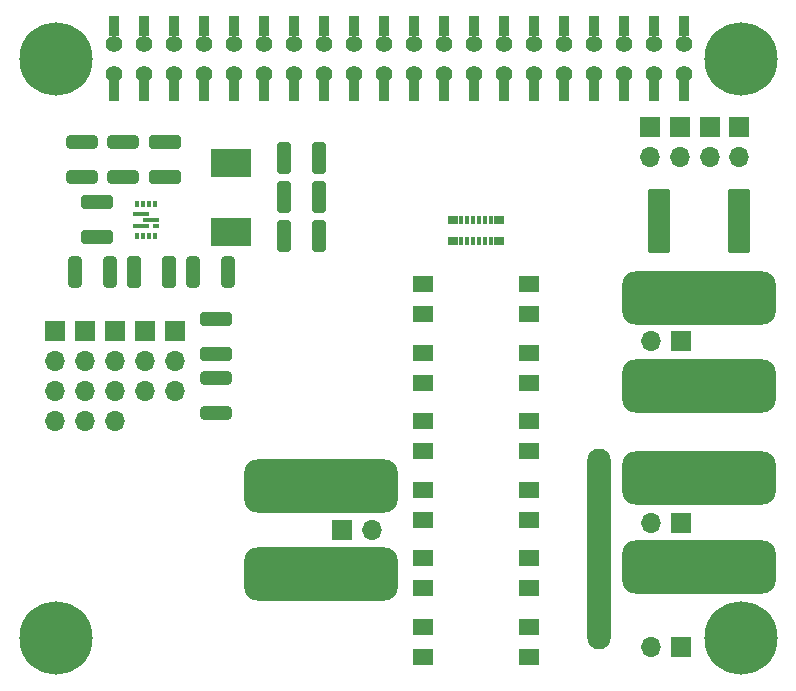
<source format=gbr>
%TF.GenerationSoftware,KiCad,Pcbnew,8.0.2*%
%TF.CreationDate,2024-06-08T15:50:05-05:00*%
%TF.ProjectId,kstars-ekos-smd,6b737461-7273-42d6-956b-6f732d736d64,rev?*%
%TF.SameCoordinates,Original*%
%TF.FileFunction,Soldermask,Top*%
%TF.FilePolarity,Negative*%
%FSLAX46Y46*%
G04 Gerber Fmt 4.6, Leading zero omitted, Abs format (unit mm)*
G04 Created by KiCad (PCBNEW 8.0.2) date 2024-06-08 15:50:05*
%MOMM*%
%LPD*%
G01*
G04 APERTURE LIST*
G04 Aperture macros list*
%AMRoundRect*
0 Rectangle with rounded corners*
0 $1 Rounding radius*
0 $2 $3 $4 $5 $6 $7 $8 $9 X,Y pos of 4 corners*
0 Add a 4 corners polygon primitive as box body*
4,1,4,$2,$3,$4,$5,$6,$7,$8,$9,$2,$3,0*
0 Add four circle primitives for the rounded corners*
1,1,$1+$1,$2,$3*
1,1,$1+$1,$4,$5*
1,1,$1+$1,$6,$7*
1,1,$1+$1,$8,$9*
0 Add four rect primitives between the rounded corners*
20,1,$1+$1,$2,$3,$4,$5,0*
20,1,$1+$1,$4,$5,$6,$7,0*
20,1,$1+$1,$6,$7,$8,$9,0*
20,1,$1+$1,$8,$9,$2,$3,0*%
G04 Aperture macros list end*
%ADD10R,1.701800X1.397000*%
%ADD11RoundRect,0.250000X0.325000X1.100000X-0.325000X1.100000X-0.325000X-1.100000X0.325000X-1.100000X0*%
%ADD12C,6.200000*%
%ADD13O,1.700000X1.700000*%
%ADD14R,1.700000X1.700000*%
%ADD15RoundRect,0.250000X-0.312500X-1.075000X0.312500X-1.075000X0.312500X1.075000X-0.312500X1.075000X0*%
%ADD16R,3.429000X2.413000*%
%ADD17RoundRect,0.250000X1.100000X-0.325000X1.100000X0.325000X-1.100000X0.325000X-1.100000X-0.325000X0*%
%ADD18RoundRect,1.125000X5.375000X1.125000X-5.375000X1.125000X-5.375000X-1.125000X5.375000X-1.125000X0*%
%ADD19C,1.400000*%
%ADD20R,0.889000X1.676400*%
%ADD21R,0.863600X0.787400*%
%ADD22R,0.355600X0.787400*%
%ADD23RoundRect,0.250000X1.075000X-0.312500X1.075000X0.312500X-1.075000X0.312500X-1.075000X-0.312500X0*%
%ADD24RoundRect,0.250000X-0.325000X-1.100000X0.325000X-1.100000X0.325000X1.100000X-0.325000X1.100000X0*%
%ADD25RoundRect,0.250000X-1.100000X0.325000X-1.100000X-0.325000X1.100000X-0.325000X1.100000X0.325000X0*%
%ADD26R,1.397000X0.355600*%
%ADD27R,0.330200X0.609600*%
%ADD28R,0.609600X0.330200*%
%ADD29RoundRect,0.250000X0.312500X1.075000X-0.312500X1.075000X-0.312500X-1.075000X0.312500X-1.075000X0*%
%ADD30RoundRect,0.250000X-0.712500X-2.475000X0.712500X-2.475000X0.712500X2.475000X-0.712500X2.475000X0*%
%ADD31RoundRect,1.125000X-5.375000X-1.125000X5.375000X-1.125000X5.375000X1.125000X-5.375000X1.125000X0*%
%ADD32O,2.000000X17.000000*%
G04 APERTURE END LIST*
D10*
%TO.C,U2*%
X174591500Y-110143600D03*
X174591500Y-112683600D03*
X183608500Y-112683600D03*
X183608500Y-110143600D03*
%TD*%
%TO.C,U3*%
X174591500Y-115943600D03*
X174591500Y-118483600D03*
X183608500Y-118483600D03*
X183608500Y-115943600D03*
%TD*%
%TO.C,U5*%
X174591500Y-127543600D03*
X174591500Y-130083600D03*
X183608500Y-130083600D03*
X183608500Y-127543600D03*
%TD*%
%TO.C,U6*%
X174591500Y-98543600D03*
X174591500Y-101083600D03*
X183608500Y-101083600D03*
X183608500Y-98543600D03*
%TD*%
D11*
%TO.C,C4*%
X165827000Y-94486000D03*
X162877000Y-94486000D03*
%TD*%
D12*
%TO.C,*%
X143500000Y-79500000D03*
%TD*%
D13*
%TO.C,H2*%
X196342000Y-87752000D03*
D14*
X196342000Y-85212000D03*
%TD*%
D15*
%TO.C,R1*%
X145156980Y-97547000D03*
X148081980Y-97547000D03*
%TD*%
D13*
%TO.C,C9*%
X170254000Y-119400000D03*
D14*
X167714000Y-119400000D03*
%TD*%
D13*
%TO.C,C11*%
X193934000Y-103378000D03*
D14*
X196474000Y-103378000D03*
%TD*%
D16*
%TO.C,L1*%
X158352000Y-94107000D03*
X158352000Y-88265000D03*
%TD*%
D13*
%TO.C,H1*%
X193818000Y-87752000D03*
D14*
X193818000Y-85212000D03*
%TD*%
D13*
%TO.C,H4*%
X201390000Y-87752000D03*
D14*
X201390000Y-85212000D03*
%TD*%
D13*
%TO.C,C10*%
X193934000Y-118800000D03*
D14*
X196474000Y-118800000D03*
%TD*%
D11*
%TO.C,C6*%
X165827000Y-91186000D03*
X162877000Y-91186000D03*
%TD*%
D17*
%TO.C,C2*%
X152726000Y-89486800D03*
X152726000Y-86536800D03*
%TD*%
D18*
%TO.C,C12*%
X198000000Y-115000000D03*
X198000000Y-122500000D03*
%TD*%
D13*
%TO.C,H5*%
X193934000Y-129286000D03*
D14*
X196474000Y-129286000D03*
%TD*%
D19*
%TO.C,J1*%
X148470000Y-78180000D03*
X148470000Y-80720000D03*
X151010000Y-78180000D03*
X151010000Y-80720000D03*
X153550000Y-78180000D03*
X153550000Y-80720000D03*
X156090000Y-78180000D03*
X156090000Y-80720000D03*
X158630000Y-78180000D03*
X158630000Y-80720000D03*
X161170000Y-78180000D03*
X161170000Y-80720000D03*
X163710000Y-78180000D03*
X163710000Y-80720000D03*
X166250000Y-78180000D03*
X166250000Y-80720000D03*
X168790000Y-78180000D03*
X168790000Y-80720000D03*
X171330000Y-78180000D03*
X171330000Y-80720000D03*
X173870000Y-78180000D03*
X173870000Y-80720000D03*
X176410000Y-78180000D03*
X176410000Y-80720000D03*
X178950000Y-78180000D03*
X178950000Y-80720000D03*
X181490000Y-78180000D03*
X181490000Y-80720000D03*
X184030000Y-78180000D03*
X184030000Y-80720000D03*
X186570000Y-78180000D03*
X186570000Y-80720000D03*
X189110000Y-78180000D03*
X189110000Y-80720000D03*
X191650000Y-78180000D03*
X191650000Y-80720000D03*
X194190000Y-78180000D03*
X194190000Y-80720000D03*
X196730000Y-78180000D03*
X196730000Y-80720000D03*
D20*
X148470000Y-82167800D03*
X148470000Y-76732200D03*
X151010000Y-82167800D03*
X151010000Y-76732200D03*
X153550000Y-82167800D03*
X153550000Y-76732200D03*
X156090000Y-82167800D03*
X156090000Y-76732200D03*
X158630000Y-82167800D03*
X158630000Y-76732200D03*
X161170000Y-82167800D03*
X161170000Y-76732200D03*
X163710000Y-82167800D03*
X163710000Y-76732200D03*
X166250000Y-82167800D03*
X166250000Y-76732200D03*
X168790000Y-82167800D03*
X168790000Y-76732200D03*
X171330000Y-82167800D03*
X171330000Y-76732200D03*
X173870000Y-82167800D03*
X173870000Y-76732200D03*
X176410000Y-82167800D03*
X176410000Y-76732200D03*
X178950000Y-82167800D03*
X178950000Y-76732200D03*
X181490000Y-82167800D03*
X181490000Y-76732200D03*
X184030000Y-82167800D03*
X184030000Y-76732200D03*
X186570000Y-82167800D03*
X186570000Y-76732200D03*
X189110000Y-82167800D03*
X189110000Y-76732200D03*
X191650000Y-82167800D03*
X191650000Y-76732200D03*
X194190000Y-82167800D03*
X194190000Y-76732200D03*
X196730000Y-82167800D03*
X196730000Y-76732200D03*
%TD*%
D12*
%TO.C,*%
X143500000Y-128500000D03*
%TD*%
D21*
%TO.C,R6*%
X181081200Y-93099200D03*
D22*
X180333678Y-93099200D03*
X179840156Y-93099200D03*
X179346634Y-93099200D03*
X178853112Y-93099200D03*
X178359590Y-93099200D03*
X177866068Y-93099200D03*
D21*
X177118800Y-93099200D03*
X177118800Y-94928000D03*
D22*
X177866068Y-94928000D03*
X178359590Y-94928000D03*
X178853112Y-94928000D03*
X179346634Y-94928000D03*
X179840156Y-94928000D03*
X180333678Y-94928000D03*
D21*
X181081200Y-94928000D03*
%TD*%
D14*
%TO.C,J4*%
X151100000Y-102474000D03*
D13*
X151100000Y-105014000D03*
X151100000Y-107554000D03*
%TD*%
D18*
%TO.C,C13*%
X198000000Y-107200000D03*
X198000000Y-99700000D03*
%TD*%
D17*
%TO.C,C5*%
X157060000Y-104449000D03*
X157060000Y-101499000D03*
%TD*%
D14*
%TO.C,J3*%
X146020000Y-102474000D03*
D13*
X146020000Y-105014000D03*
X146020000Y-107554000D03*
X146020000Y-110094000D03*
%TD*%
D23*
%TO.C,R4*%
X149226000Y-89474300D03*
X149226000Y-86549300D03*
%TD*%
D24*
%TO.C,C3*%
X150144480Y-97547000D03*
X153094480Y-97547000D03*
%TD*%
D25*
%TO.C,C1*%
X147007000Y-91572000D03*
X147007000Y-94522000D03*
%TD*%
D13*
%TO.C,H3*%
X198866000Y-87752000D03*
D14*
X198866000Y-85212000D03*
%TD*%
D26*
%TO.C,U1*%
X150719500Y-92647000D03*
X150719500Y-93647000D03*
D27*
X150419489Y-94497000D03*
X150919490Y-94497000D03*
X151419490Y-94497000D03*
X151919491Y-94497000D03*
D28*
X152022666Y-93659701D03*
D26*
X151619480Y-93147000D03*
D27*
X151919491Y-91797000D03*
X151419490Y-91797000D03*
X150919490Y-91797000D03*
X150419489Y-91797000D03*
%TD*%
D23*
%TO.C,R3*%
X157060000Y-109436500D03*
X157060000Y-106511500D03*
%TD*%
D12*
%TO.C,*%
X201500000Y-79500000D03*
%TD*%
D29*
%TO.C,R2*%
X158081980Y-97547000D03*
X155156980Y-97547000D03*
%TD*%
D30*
%TO.C,F1*%
X194612500Y-93218000D03*
X201387500Y-93218000D03*
%TD*%
D14*
%TO.C,J6*%
X143480000Y-102474000D03*
D13*
X143480000Y-105014000D03*
X143480000Y-107554000D03*
X143480000Y-110094000D03*
%TD*%
D14*
%TO.C,J2*%
X153640000Y-102474000D03*
D13*
X153640000Y-105014000D03*
X153640000Y-107554000D03*
%TD*%
D11*
%TO.C,C7*%
X165827000Y-87886000D03*
X162877000Y-87886000D03*
%TD*%
D10*
%TO.C,U4*%
X174591500Y-121743600D03*
X174591500Y-124283600D03*
X183608500Y-124283600D03*
X183608500Y-121743600D03*
%TD*%
D14*
%TO.C,J5*%
X148560000Y-102474000D03*
D13*
X148560000Y-105014000D03*
X148560000Y-107554000D03*
X148560000Y-110094000D03*
%TD*%
D10*
%TO.C,U7*%
X174591500Y-104343600D03*
X174591500Y-106883600D03*
X183608500Y-106883600D03*
X183608500Y-104343600D03*
%TD*%
D12*
%TO.C,*%
X201500000Y-128500000D03*
%TD*%
D31*
%TO.C,C8*%
X165954000Y-115600000D03*
X165954000Y-123100000D03*
%TD*%
D23*
%TO.C,R5*%
X145726000Y-89474300D03*
X145726000Y-86549300D03*
%TD*%
D32*
%TO.C,REF\u002A\u002A*%
X189500000Y-121000000D03*
%TD*%
M02*

</source>
